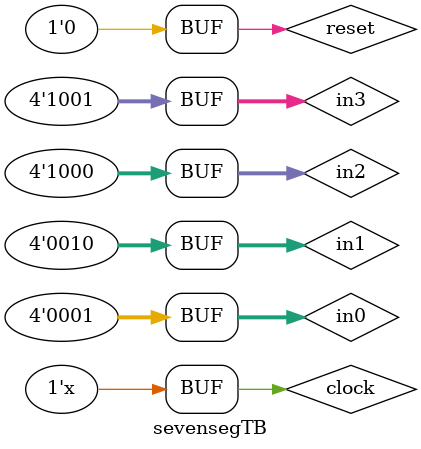
<source format=v>
`timescale 1 ns / 1 ps

module sevensegTB();

	reg clock, reset;
	reg [3:0] in0, in1, in2, in3;
	wire a, b, c, d, e, f, g, dp;
	wire [3:0] an;
	
sevenseg UUT(clock,reset,in0,in1,in2,in3,a,b,c,d,e,f,g,dp,an);

	initial begin
	   clock = 0;
	   reset = 0;
		in0 = 4'b0001;
		in1 = 4'b0010;
		in2 = 4'b1000;
		in3 = 4'b1001;
		#500;
	end

	always begin
		#5 clock = ~clock;
	end
	
endmodule
</source>
